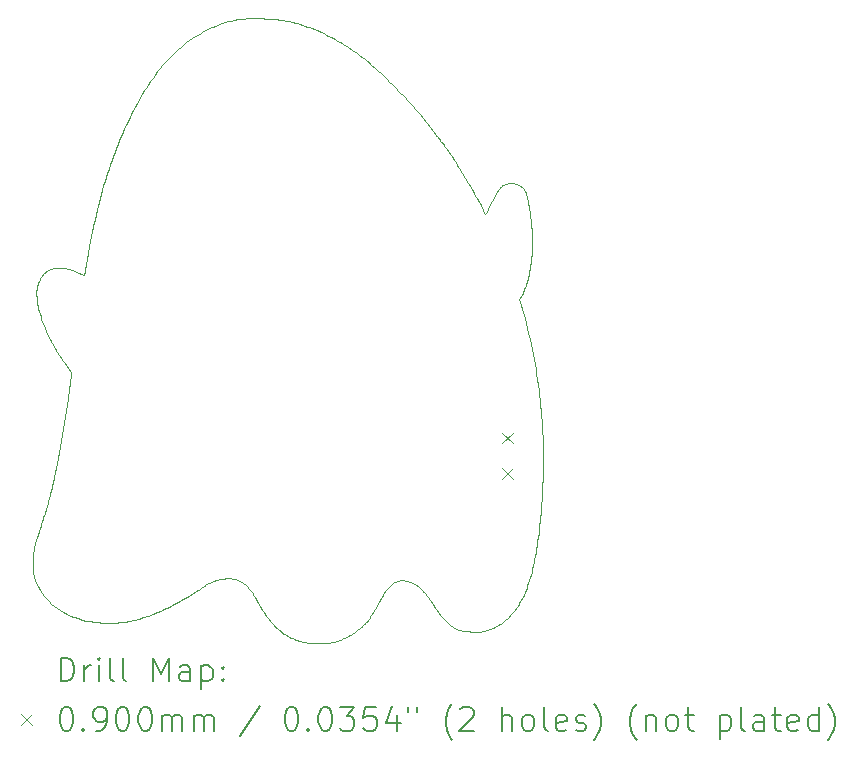
<source format=gbr>
%TF.GenerationSoftware,KiCad,Pcbnew,7.0.1-0*%
%TF.CreationDate,2023-08-21T12:14:34+02:00*%
%TF.ProjectId,ghost,67686f73-742e-46b6-9963-61645f706362,rev?*%
%TF.SameCoordinates,Original*%
%TF.FileFunction,Drillmap*%
%TF.FilePolarity,Positive*%
%FSLAX45Y45*%
G04 Gerber Fmt 4.5, Leading zero omitted, Abs format (unit mm)*
G04 Created by KiCad (PCBNEW 7.0.1-0) date 2023-08-21 12:14:34*
%MOMM*%
%LPD*%
G01*
G04 APERTURE LIST*
%ADD10C,0.056000*%
%ADD11C,0.200000*%
%ADD12C,0.090000*%
G04 APERTURE END LIST*
D10*
X16282778Y-7868018D02*
X16288619Y-7876016D01*
X16295448Y-7885236D01*
X16299179Y-7890232D01*
X16303090Y-7895448D01*
X16307160Y-7900855D01*
X16311368Y-7906425D01*
X16315690Y-7912129D01*
X16320105Y-7917939D01*
X16324591Y-7923826D01*
X16329126Y-7929762D01*
X16333688Y-7935718D01*
X16338255Y-7941665D01*
X16342804Y-7947576D01*
X16347315Y-7953421D01*
X16351764Y-7959172D01*
X16356129Y-7964801D01*
X16360390Y-7970280D01*
X16364523Y-7975578D01*
X16368507Y-7980669D01*
X16372320Y-7985524D01*
X16375939Y-7990114D01*
X16382509Y-7998384D01*
X16388041Y-8005253D01*
X16392360Y-8010492D01*
X16396175Y-8014796D01*
X13236088Y-10060739D02*
X13249709Y-9947075D01*
X15195119Y-12230053D02*
X15180399Y-12225891D01*
X15165991Y-12221394D01*
X15151881Y-12216550D01*
X15138056Y-12211347D01*
X15124502Y-12205770D01*
X15111207Y-12199809D01*
X15098156Y-12193450D01*
X15085338Y-12186681D01*
X15072738Y-12179489D01*
X15060343Y-12171862D01*
X15048140Y-12163788D01*
X15036116Y-12155253D01*
X15024257Y-12146244D01*
X15012550Y-12136751D01*
X15000981Y-12126759D01*
X14989538Y-12116257D01*
X14978208Y-12105232D01*
X14966976Y-12093670D01*
X14955829Y-12081561D01*
X14944755Y-12068891D01*
X14933741Y-12055647D01*
X14922771Y-12041817D01*
X14911835Y-12027389D01*
X14900917Y-12012349D01*
X14890005Y-11996686D01*
X14879086Y-11980387D01*
X14868146Y-11963439D01*
X14857172Y-11945830D01*
X14846151Y-11927547D01*
X14835069Y-11908577D01*
X14823914Y-11888908D01*
X14812671Y-11868528D01*
X13152622Y-9070243D02*
X13158448Y-9070260D01*
X13164065Y-9070312D01*
X13174719Y-9070535D01*
X13184678Y-9070931D01*
X13194034Y-9071521D01*
X13202880Y-9072325D01*
X13211308Y-9073363D01*
X13219412Y-9074657D01*
X13227283Y-9076226D01*
X13235015Y-9078090D01*
X13242700Y-9080271D01*
X13250432Y-9082789D01*
X13258302Y-9085663D01*
X13266403Y-9088915D01*
X13274829Y-9092564D01*
X13283671Y-9096632D01*
X13293024Y-9101139D01*
X13293024Y-9101139D02*
X13299447Y-9104266D01*
X13305718Y-9107267D01*
X13311802Y-9110127D01*
X13317665Y-9112833D01*
X13323275Y-9115370D01*
X13328598Y-9117725D01*
X13335969Y-9120886D01*
X13342504Y-9123558D01*
X13348090Y-9125696D01*
X13353865Y-9127633D01*
X13358615Y-9128202D01*
X13475127Y-8545226D02*
X13483710Y-8510184D01*
X13492726Y-8475007D01*
X13502164Y-8439726D01*
X13512010Y-8404374D01*
X13522250Y-8368982D01*
X13532871Y-8333584D01*
X13543860Y-8298211D01*
X13555203Y-8262896D01*
X13566888Y-8227672D01*
X13578900Y-8192570D01*
X13591226Y-8157624D01*
X13603854Y-8122864D01*
X13616769Y-8088325D01*
X13629959Y-8054037D01*
X13643410Y-8020034D01*
X13657108Y-7986348D01*
X13671041Y-7953011D01*
X13685195Y-7920055D01*
X13699557Y-7887513D01*
X13714113Y-7855417D01*
X13728851Y-7823800D01*
X13743756Y-7792694D01*
X13758815Y-7762130D01*
X13774015Y-7732143D01*
X13789343Y-7702763D01*
X13804786Y-7674023D01*
X13820329Y-7645956D01*
X13835961Y-7618594D01*
X13851666Y-7591969D01*
X13867433Y-7566114D01*
X13883247Y-7541061D01*
X13899096Y-7516842D01*
X13111628Y-10807895D02*
X13115438Y-10790086D01*
X13119358Y-10771289D01*
X13123378Y-10751565D01*
X13127487Y-10730980D01*
X13131675Y-10709594D01*
X13135932Y-10687472D01*
X13140246Y-10664678D01*
X13144607Y-10641273D01*
X13149005Y-10617321D01*
X13153429Y-10592885D01*
X13157868Y-10568029D01*
X13162313Y-10542816D01*
X13166753Y-10517308D01*
X13171176Y-10491570D01*
X13175573Y-10465663D01*
X13179933Y-10439651D01*
X13184246Y-10413598D01*
X13188501Y-10387566D01*
X13192687Y-10361619D01*
X13196794Y-10335820D01*
X13200812Y-10310231D01*
X13204729Y-10284917D01*
X13208536Y-10259940D01*
X13212222Y-10235363D01*
X13215777Y-10211249D01*
X13219189Y-10187663D01*
X13222448Y-10164666D01*
X13225544Y-10142322D01*
X13228467Y-10120694D01*
X13231205Y-10099845D01*
X13233749Y-10079839D01*
X13236088Y-10060739D01*
X14812671Y-11868528D02*
X14805880Y-11856319D01*
X14799063Y-11844600D01*
X14792215Y-11833368D01*
X14785326Y-11822617D01*
X14778390Y-11812343D01*
X14771400Y-11802542D01*
X14764348Y-11793207D01*
X14757226Y-11784336D01*
X14750029Y-11775922D01*
X14742748Y-11767962D01*
X14735376Y-11760451D01*
X14727906Y-11753384D01*
X14720330Y-11746756D01*
X14712642Y-11740563D01*
X14704833Y-11734800D01*
X14696897Y-11729462D01*
X14688826Y-11724545D01*
X14680614Y-11720044D01*
X14672252Y-11715955D01*
X14663733Y-11712272D01*
X14655050Y-11708991D01*
X14646196Y-11706107D01*
X14637164Y-11703616D01*
X14627945Y-11701513D01*
X14618534Y-11699793D01*
X14608922Y-11698452D01*
X14599102Y-11697485D01*
X14589068Y-11696887D01*
X14578811Y-11696653D01*
X14568324Y-11696779D01*
X14557600Y-11697261D01*
X14546633Y-11698093D01*
X16775182Y-8579873D02*
X16778968Y-8570759D01*
X16782877Y-8561634D01*
X16786898Y-8552516D01*
X16791020Y-8543422D01*
X16795235Y-8534367D01*
X16799532Y-8525369D01*
X16803899Y-8516445D01*
X16808328Y-8507611D01*
X16812808Y-8498883D01*
X16817329Y-8490279D01*
X16821879Y-8481815D01*
X16826450Y-8473508D01*
X16831031Y-8465374D01*
X16835612Y-8457431D01*
X16840182Y-8449695D01*
X16844731Y-8442183D01*
X16849249Y-8434911D01*
X16853725Y-8427896D01*
X16858151Y-8421155D01*
X16862514Y-8414705D01*
X16866805Y-8408562D01*
X16871014Y-8402742D01*
X16875131Y-8397264D01*
X16879144Y-8392142D01*
X16883045Y-8387395D01*
X16886822Y-8383039D01*
X16893966Y-8375565D01*
X16900494Y-8369854D01*
X16906324Y-8366041D01*
X16396175Y-8014796D02*
X16404675Y-8024526D01*
X16410335Y-8031896D01*
X16416856Y-8040811D01*
X16424183Y-8051177D01*
X16432258Y-8062901D01*
X16441023Y-8075888D01*
X16450420Y-8090044D01*
X16460392Y-8105276D01*
X16470881Y-8121490D01*
X16481830Y-8138592D01*
X16493182Y-8156487D01*
X16504878Y-8175083D01*
X16516862Y-8194285D01*
X16529075Y-8214000D01*
X16541460Y-8234133D01*
X16553959Y-8254590D01*
X16566516Y-8275279D01*
X16579072Y-8296104D01*
X16591570Y-8316972D01*
X16603952Y-8337789D01*
X16616161Y-8358462D01*
X16628139Y-8378896D01*
X16639828Y-8398997D01*
X16651172Y-8418672D01*
X16662112Y-8437827D01*
X16672592Y-8456367D01*
X16682552Y-8474200D01*
X16691937Y-8491231D01*
X16700688Y-8507366D01*
X16708748Y-8522511D01*
X16716059Y-8536573D01*
X17150429Y-8778695D02*
X17151313Y-8796487D01*
X17151939Y-8814360D01*
X17152310Y-8832294D01*
X17152430Y-8850270D01*
X17152302Y-8868271D01*
X17151928Y-8886276D01*
X17151312Y-8904269D01*
X17150457Y-8922229D01*
X17149366Y-8940138D01*
X17148041Y-8957978D01*
X17146487Y-8975729D01*
X17144705Y-8993374D01*
X17142699Y-9010892D01*
X17140473Y-9028267D01*
X17138029Y-9045478D01*
X17135369Y-9062507D01*
X17132499Y-9079335D01*
X17129419Y-9095945D01*
X17126134Y-9112316D01*
X17122646Y-9128430D01*
X17118959Y-9144269D01*
X17115075Y-9159814D01*
X17110998Y-9175046D01*
X17106731Y-9189946D01*
X17102276Y-9204496D01*
X17097637Y-9218677D01*
X17092817Y-9232470D01*
X17087819Y-9245857D01*
X17082645Y-9258818D01*
X17077300Y-9271336D01*
X17071786Y-9283391D01*
X17066106Y-9294965D01*
X17093429Y-8420262D02*
X17097575Y-8430451D01*
X17099684Y-8436563D01*
X17101810Y-8443317D01*
X17103950Y-8450684D01*
X17106099Y-8458636D01*
X17108252Y-8467145D01*
X17110405Y-8476183D01*
X17112553Y-8485722D01*
X17114693Y-8495733D01*
X17116818Y-8506189D01*
X17118926Y-8517061D01*
X17121012Y-8528322D01*
X17123070Y-8539943D01*
X17125097Y-8551896D01*
X17127089Y-8564153D01*
X17129040Y-8576686D01*
X17130946Y-8589467D01*
X17132803Y-8602468D01*
X17134606Y-8615660D01*
X17136351Y-8629017D01*
X17138033Y-8642508D01*
X17139649Y-8656107D01*
X17141192Y-8669785D01*
X17142660Y-8683515D01*
X17144047Y-8697268D01*
X17145349Y-8711015D01*
X17146562Y-8724730D01*
X17147681Y-8738383D01*
X17148701Y-8751947D01*
X17149619Y-8765394D01*
X17150429Y-8778695D01*
X14546633Y-11698093D02*
X14540607Y-11698693D01*
X14534573Y-11699399D01*
X14528535Y-11700209D01*
X14522501Y-11701121D01*
X14516476Y-11702133D01*
X14510465Y-11703243D01*
X14504476Y-11704448D01*
X14498515Y-11705745D01*
X14492587Y-11707134D01*
X14486699Y-11708611D01*
X14480856Y-11710175D01*
X14475065Y-11711823D01*
X14469332Y-11713552D01*
X14463663Y-11715362D01*
X14458065Y-11717249D01*
X14452542Y-11719211D01*
X14447102Y-11721246D01*
X14441751Y-11723352D01*
X14436493Y-11725526D01*
X14431337Y-11727767D01*
X14421351Y-11732439D01*
X14411840Y-11737349D01*
X14402854Y-11742481D01*
X14394442Y-11747815D01*
X14386653Y-11753335D01*
X14379534Y-11759022D01*
X13033546Y-9103864D02*
X13040349Y-9098443D01*
X13046641Y-9093632D01*
X13052552Y-9089396D01*
X13058208Y-9085699D01*
X13063736Y-9082504D01*
X13069265Y-9079776D01*
X13074922Y-9077479D01*
X13080834Y-9075576D01*
X13087129Y-9074032D01*
X13093935Y-9072811D01*
X13101378Y-9071876D01*
X13109586Y-9071192D01*
X13118687Y-9070723D01*
X13128809Y-9070432D01*
X13140078Y-9070284D01*
X13146183Y-9070252D01*
X13152622Y-9070243D01*
X16311051Y-11913549D02*
X16303672Y-11902592D01*
X16296481Y-11892069D01*
X16289469Y-11881969D01*
X16282623Y-11872281D01*
X16275933Y-11862995D01*
X16269387Y-11854099D01*
X16262974Y-11845584D01*
X16256683Y-11837437D01*
X16250502Y-11829650D01*
X16244420Y-11822210D01*
X16238427Y-11815108D01*
X16232510Y-11808332D01*
X16226659Y-11801872D01*
X16220862Y-11795717D01*
X16215108Y-11789856D01*
X16209386Y-11784279D01*
X16203684Y-11778975D01*
X16197992Y-11773933D01*
X16192297Y-11769142D01*
X16186589Y-11764592D01*
X16180857Y-11760272D01*
X16175089Y-11756171D01*
X16169274Y-11752279D01*
X16163400Y-11748585D01*
X16157457Y-11745078D01*
X16151433Y-11741747D01*
X16145317Y-11738582D01*
X16139098Y-11735572D01*
X16132764Y-11732706D01*
X16126305Y-11729974D01*
X16119708Y-11727365D01*
X16112963Y-11724867D01*
X16906324Y-8366041D02*
X16912738Y-8362935D01*
X16919267Y-8360181D01*
X16925896Y-8357778D01*
X16932609Y-8355718D01*
X16939391Y-8354000D01*
X16946227Y-8352617D01*
X16953102Y-8351566D01*
X16960001Y-8350842D01*
X16966909Y-8350441D01*
X16973810Y-8350359D01*
X16980690Y-8350590D01*
X16987533Y-8351132D01*
X16994325Y-8351979D01*
X17001050Y-8353127D01*
X17007692Y-8354571D01*
X17014238Y-8356308D01*
X17020671Y-8358332D01*
X17026977Y-8360640D01*
X17033141Y-8363227D01*
X17039147Y-8366089D01*
X17044981Y-8369221D01*
X17050626Y-8372619D01*
X17056069Y-8376278D01*
X17061294Y-8380195D01*
X17066285Y-8384365D01*
X17071029Y-8388783D01*
X17075509Y-8393445D01*
X17079710Y-8398346D01*
X17083618Y-8403483D01*
X17087217Y-8408851D01*
X17090493Y-8414445D01*
X17093429Y-8420262D01*
X13385826Y-8972817D02*
X13388118Y-8958700D01*
X13390317Y-8945226D01*
X13392437Y-8932334D01*
X13394490Y-8919966D01*
X13396489Y-8908061D01*
X13398445Y-8896562D01*
X13400372Y-8885408D01*
X13402282Y-8874540D01*
X13404186Y-8863899D01*
X13406098Y-8853425D01*
X13408030Y-8843060D01*
X13409993Y-8832743D01*
X13412002Y-8822415D01*
X13414068Y-8812017D01*
X13416203Y-8801490D01*
X13418419Y-8790774D01*
X13420730Y-8779810D01*
X13423148Y-8768539D01*
X13425684Y-8756901D01*
X13428352Y-8744836D01*
X13431164Y-8732287D01*
X13434132Y-8719192D01*
X13437268Y-8705494D01*
X13440586Y-8691131D01*
X13444097Y-8676046D01*
X13447813Y-8660179D01*
X13451748Y-8643470D01*
X13455913Y-8625861D01*
X13460321Y-8607291D01*
X13464985Y-8587701D01*
X13469916Y-8567033D01*
X13475127Y-8545226D01*
X16112963Y-11724867D02*
X16103462Y-11721675D01*
X16094138Y-11718978D01*
X16084982Y-11716780D01*
X16075986Y-11715087D01*
X16067141Y-11713905D01*
X16058439Y-11713240D01*
X16049872Y-11713098D01*
X16041431Y-11713483D01*
X16033108Y-11714401D01*
X16024893Y-11715858D01*
X16016780Y-11717860D01*
X16008758Y-11720412D01*
X16000821Y-11723519D01*
X15992958Y-11727188D01*
X15985163Y-11731424D01*
X15977425Y-11736233D01*
X15969738Y-11741619D01*
X15962092Y-11747589D01*
X15954479Y-11754149D01*
X15946891Y-11761303D01*
X15939318Y-11769058D01*
X15931754Y-11777419D01*
X15924188Y-11786391D01*
X15916613Y-11795981D01*
X15909020Y-11806193D01*
X15901402Y-11817034D01*
X15893748Y-11828510D01*
X15886051Y-11840624D01*
X15878302Y-11853384D01*
X15870494Y-11866795D01*
X15862617Y-11880862D01*
X15854663Y-11895591D01*
X12977774Y-11294799D02*
X12984683Y-11273412D01*
X12991258Y-11252998D01*
X12997516Y-11233498D01*
X13003472Y-11214855D01*
X13009141Y-11197011D01*
X13014540Y-11179910D01*
X13019684Y-11163494D01*
X13024589Y-11147706D01*
X13029272Y-11132487D01*
X13033746Y-11117782D01*
X13038029Y-11103532D01*
X13042136Y-11089680D01*
X13046083Y-11076168D01*
X13049886Y-11062940D01*
X13053560Y-11049938D01*
X13057121Y-11037105D01*
X13060585Y-11024383D01*
X13063968Y-11011715D01*
X13067285Y-10999043D01*
X13070553Y-10986311D01*
X13073787Y-10973460D01*
X13077003Y-10960434D01*
X13080216Y-10947175D01*
X13083442Y-10933626D01*
X13086698Y-10919728D01*
X13089999Y-10905426D01*
X13093360Y-10890662D01*
X13096798Y-10875377D01*
X13100327Y-10859516D01*
X13103965Y-10843020D01*
X13107727Y-10825832D01*
X13111628Y-10807895D01*
X13073248Y-9676448D02*
X13060244Y-9649907D01*
X13047998Y-9623915D01*
X13036510Y-9598473D01*
X13025781Y-9573582D01*
X13015811Y-9549243D01*
X13006599Y-9525457D01*
X12998146Y-9502223D01*
X12990451Y-9479545D01*
X12983515Y-9457421D01*
X12977338Y-9435854D01*
X12971920Y-9414843D01*
X12967261Y-9394391D01*
X12963361Y-9374497D01*
X12960220Y-9355163D01*
X12957838Y-9336390D01*
X12956215Y-9318178D01*
X12955351Y-9300528D01*
X12955247Y-9283442D01*
X12955902Y-9266919D01*
X12957316Y-9250962D01*
X12959490Y-9235570D01*
X12962423Y-9220746D01*
X12966116Y-9206489D01*
X12970569Y-9192800D01*
X12975782Y-9179681D01*
X12981754Y-9167132D01*
X12988486Y-9155154D01*
X12995978Y-9143749D01*
X13004230Y-9132916D01*
X13013242Y-9122657D01*
X13023014Y-9112973D01*
X13033546Y-9103864D01*
X12927000Y-11566000D02*
X12927011Y-11556263D01*
X12927050Y-11547003D01*
X12927123Y-11538182D01*
X12927239Y-11529759D01*
X12927405Y-11521695D01*
X12927627Y-11513951D01*
X12927914Y-11506486D01*
X12928274Y-11499261D01*
X12928712Y-11492236D01*
X12929237Y-11485372D01*
X12929857Y-11478629D01*
X12930578Y-11471968D01*
X12931408Y-11465348D01*
X12932355Y-11458731D01*
X12933426Y-11452076D01*
X12934627Y-11445344D01*
X12935968Y-11438495D01*
X12937455Y-11431489D01*
X12939095Y-11424288D01*
X12940897Y-11416851D01*
X12942867Y-11409139D01*
X12945012Y-11401112D01*
X12947341Y-11392730D01*
X12949861Y-11383954D01*
X12952579Y-11374744D01*
X12955502Y-11365061D01*
X12958638Y-11354865D01*
X12961995Y-11344116D01*
X12965579Y-11332774D01*
X12969399Y-11320800D01*
X12973461Y-11308155D01*
X12977774Y-11294799D01*
X13188492Y-9865887D02*
X13181976Y-9857055D01*
X13178576Y-9852312D01*
X13175092Y-9847368D01*
X13171531Y-9842235D01*
X13167900Y-9836925D01*
X13164207Y-9831449D01*
X13160460Y-9825821D01*
X13156664Y-9820052D01*
X13152829Y-9814155D01*
X13148961Y-9808141D01*
X13145067Y-9802022D01*
X13141155Y-9795812D01*
X13137233Y-9789521D01*
X13133308Y-9783163D01*
X13129387Y-9776749D01*
X13125478Y-9770291D01*
X13121587Y-9763802D01*
X13117723Y-9757293D01*
X13113892Y-9750778D01*
X13110103Y-9744267D01*
X13106362Y-9737773D01*
X13102677Y-9731309D01*
X13099056Y-9724886D01*
X13095505Y-9718516D01*
X13092032Y-9712212D01*
X13088645Y-9705986D01*
X13085350Y-9699850D01*
X13082156Y-9693816D01*
X13079069Y-9687896D01*
X13076097Y-9682103D01*
X13073248Y-9676448D01*
X17239729Y-10905095D02*
X17237842Y-10945800D01*
X17235729Y-10985850D01*
X17233392Y-11025239D01*
X17230832Y-11063961D01*
X17228049Y-11102009D01*
X17225045Y-11139378D01*
X17221821Y-11176061D01*
X17218378Y-11212053D01*
X17214716Y-11247346D01*
X17210838Y-11281935D01*
X17206745Y-11315814D01*
X17202436Y-11348977D01*
X17197914Y-11381417D01*
X17193179Y-11413128D01*
X17188233Y-11444104D01*
X17183076Y-11474340D01*
X17177710Y-11503827D01*
X17172136Y-11532562D01*
X17166355Y-11560537D01*
X17160368Y-11587746D01*
X17154176Y-11614184D01*
X17147780Y-11639843D01*
X17141181Y-11664718D01*
X17134380Y-11688803D01*
X17127379Y-11712091D01*
X17120179Y-11734577D01*
X17112780Y-11756254D01*
X17105183Y-11777116D01*
X17097390Y-11797157D01*
X17089403Y-11816370D01*
X17081221Y-11834750D01*
X17072846Y-11852291D01*
X12968082Y-11763349D02*
X12964470Y-11756028D01*
X12961076Y-11749106D01*
X12957893Y-11742551D01*
X12954915Y-11736331D01*
X12952134Y-11730414D01*
X12949544Y-11724765D01*
X12947138Y-11719354D01*
X12944909Y-11714148D01*
X12940956Y-11704219D01*
X12937631Y-11694717D01*
X12934880Y-11685384D01*
X12932648Y-11675958D01*
X12930882Y-11666179D01*
X12929527Y-11655788D01*
X12928529Y-11644524D01*
X12928147Y-11638483D01*
X12927834Y-11632126D01*
X12927583Y-11625421D01*
X12927388Y-11618335D01*
X12927241Y-11610836D01*
X12927136Y-11602891D01*
X12927066Y-11594467D01*
X12927025Y-11585532D01*
X12927005Y-11576054D01*
X12927000Y-11566000D01*
X14379534Y-11759022D02*
X14374447Y-11763144D01*
X14368219Y-11767826D01*
X14360917Y-11773031D01*
X14352607Y-11778721D01*
X14343355Y-11784860D01*
X14333227Y-11791410D01*
X14322289Y-11798334D01*
X14310608Y-11805595D01*
X14298249Y-11813156D01*
X14285279Y-11820979D01*
X14271763Y-11829027D01*
X14257767Y-11837264D01*
X14243359Y-11845652D01*
X14228603Y-11854154D01*
X14213566Y-11862732D01*
X14198314Y-11871350D01*
X14182913Y-11879971D01*
X14167429Y-11888556D01*
X14151928Y-11897070D01*
X14136477Y-11905475D01*
X14121141Y-11913734D01*
X14105986Y-11921809D01*
X14091078Y-11929663D01*
X14076485Y-11937260D01*
X14062271Y-11944562D01*
X14048502Y-11951532D01*
X14035246Y-11958133D01*
X14022567Y-11964328D01*
X14010532Y-11970079D01*
X13999208Y-11975349D01*
X13988659Y-11980101D01*
X13978953Y-11984299D01*
X15854663Y-11895591D02*
X15849904Y-11904501D01*
X15845129Y-11913336D01*
X15840370Y-11922042D01*
X15835658Y-11930565D01*
X15831023Y-11938853D01*
X15826497Y-11946852D01*
X15822111Y-11954510D01*
X15817895Y-11961773D01*
X15813882Y-11968588D01*
X15810101Y-11974901D01*
X15806585Y-11980661D01*
X15803363Y-11985813D01*
X15799153Y-11992285D01*
X15795781Y-11997091D01*
X15794051Y-11999282D01*
X16716059Y-8536573D02*
X16721550Y-8544973D01*
X16726364Y-8553801D01*
X16730594Y-8562803D01*
X16734334Y-8571724D01*
X16737678Y-8580309D01*
X16740720Y-8588305D01*
X16743554Y-8595456D01*
X16746274Y-8601509D01*
X16750344Y-8607973D01*
X16756247Y-8610374D01*
X16761443Y-8606398D01*
X16765448Y-8600520D01*
X16769997Y-8591763D01*
X16772504Y-8586225D01*
X16775182Y-8579873D01*
X17088291Y-9495229D02*
X17099534Y-9537883D01*
X17110355Y-9580621D01*
X17120757Y-9623441D01*
X17130737Y-9666345D01*
X17140297Y-9709334D01*
X17149436Y-9752409D01*
X17158155Y-9795570D01*
X17166453Y-9838819D01*
X17174331Y-9882155D01*
X17181789Y-9925580D01*
X17188826Y-9969096D01*
X17195444Y-10012701D01*
X17201642Y-10056398D01*
X17207420Y-10100187D01*
X17212778Y-10144070D01*
X17217716Y-10188046D01*
X17222235Y-10232117D01*
X17226335Y-10276283D01*
X17230015Y-10320545D01*
X17233275Y-10364905D01*
X17236117Y-10409363D01*
X17238539Y-10453919D01*
X17240542Y-10498575D01*
X17242127Y-10543331D01*
X17243292Y-10588189D01*
X17244039Y-10633148D01*
X17244367Y-10678211D01*
X17244276Y-10723377D01*
X17243767Y-10768648D01*
X17242839Y-10814024D01*
X17241493Y-10859506D01*
X17239729Y-10905095D01*
X13358615Y-9128202D02*
X13360056Y-9122454D01*
X13361588Y-9114755D01*
X13362858Y-9108017D01*
X13364311Y-9100088D01*
X13365933Y-9091048D01*
X13367710Y-9080976D01*
X13369627Y-9069952D01*
X13370635Y-9064108D01*
X13371672Y-9058055D01*
X13372738Y-9051805D01*
X13373830Y-9045366D01*
X13374947Y-9038749D01*
X13376087Y-9031964D01*
X13377248Y-9025020D01*
X13378429Y-9017928D01*
X13379627Y-9010698D01*
X13380842Y-9003339D01*
X13382071Y-8995861D01*
X13383313Y-8988275D01*
X13384565Y-8980590D01*
X13385826Y-8972817D01*
X15606210Y-12180457D02*
X15599840Y-12183875D01*
X15593050Y-12187372D01*
X15585901Y-12190923D01*
X15578453Y-12194500D01*
X15570767Y-12198080D01*
X15562904Y-12201636D01*
X15554925Y-12205143D01*
X15546889Y-12208575D01*
X15538859Y-12211906D01*
X15530894Y-12215112D01*
X15523055Y-12218167D01*
X15515403Y-12221044D01*
X15507998Y-12223720D01*
X15500901Y-12226167D01*
X15494174Y-12228361D01*
X15487875Y-12230275D01*
X14659091Y-6963955D02*
X14669642Y-6962276D01*
X14680960Y-6960775D01*
X14692993Y-6959447D01*
X14705692Y-6958292D01*
X14719005Y-6957306D01*
X14732881Y-6956487D01*
X14747269Y-6955833D01*
X14762118Y-6955341D01*
X14777378Y-6955009D01*
X14792997Y-6954834D01*
X14808925Y-6954815D01*
X14825110Y-6954948D01*
X14841502Y-6955231D01*
X14858050Y-6955663D01*
X14874702Y-6956240D01*
X14891409Y-6956959D01*
X14908118Y-6957820D01*
X14924780Y-6958818D01*
X14941342Y-6959953D01*
X14957755Y-6961221D01*
X14973968Y-6962619D01*
X14989928Y-6964147D01*
X15005586Y-6965800D01*
X15020891Y-6967578D01*
X15035791Y-6969476D01*
X15050236Y-6971494D01*
X15064175Y-6973628D01*
X15077556Y-6975876D01*
X15090330Y-6978236D01*
X15102445Y-6980706D01*
X15113849Y-6983282D01*
X15124493Y-6985963D01*
X13249709Y-9947075D02*
X13188492Y-9865887D01*
X15487875Y-12230275D02*
X15480844Y-12232205D01*
X15473442Y-12234009D01*
X15465692Y-12235688D01*
X15457618Y-12237243D01*
X15449242Y-12238672D01*
X15440589Y-12239976D01*
X15431682Y-12241155D01*
X15422545Y-12242209D01*
X15413200Y-12243138D01*
X15403672Y-12243943D01*
X15393984Y-12244622D01*
X15384159Y-12245176D01*
X15374221Y-12245605D01*
X15364193Y-12245910D01*
X15354099Y-12246089D01*
X15343962Y-12246144D01*
X15333806Y-12246074D01*
X15323655Y-12245879D01*
X15313531Y-12245559D01*
X15303458Y-12245114D01*
X15293459Y-12244545D01*
X15283559Y-12243851D01*
X15273781Y-12243032D01*
X15264147Y-12242088D01*
X15254682Y-12241020D01*
X15245409Y-12239827D01*
X15236352Y-12238509D01*
X15227533Y-12237067D01*
X15218977Y-12235500D01*
X15210707Y-12233808D01*
X15202746Y-12231992D01*
X15195119Y-12230051D01*
X16789074Y-12128154D02*
X16778814Y-12131815D01*
X16769168Y-12135079D01*
X16760018Y-12137961D01*
X16751245Y-12140476D01*
X16742729Y-12142637D01*
X16734353Y-12144460D01*
X16725997Y-12145958D01*
X16717543Y-12147147D01*
X16708871Y-12148040D01*
X16699863Y-12148652D01*
X16690401Y-12148997D01*
X16680365Y-12149090D01*
X16669636Y-12148946D01*
X16663976Y-12148789D01*
X16658097Y-12148579D01*
X16651986Y-12148316D01*
X16645628Y-12148002D01*
X16639007Y-12147640D01*
X16632110Y-12147232D01*
X13978953Y-11984299D02*
X13939484Y-12000127D01*
X13899950Y-12014363D01*
X13860410Y-12027019D01*
X13820920Y-12038109D01*
X13781537Y-12047645D01*
X13742320Y-12055639D01*
X13703324Y-12062104D01*
X13664608Y-12067052D01*
X13626228Y-12070497D01*
X13588242Y-12072449D01*
X13550707Y-12072922D01*
X13513681Y-12071929D01*
X13477220Y-12069482D01*
X13441382Y-12065593D01*
X13406224Y-12060275D01*
X13371803Y-12053540D01*
X13338178Y-12045402D01*
X13305404Y-12035872D01*
X13273539Y-12024962D01*
X13242640Y-12012687D01*
X13212766Y-11999057D01*
X13183972Y-11984086D01*
X13156316Y-11967786D01*
X13129856Y-11950170D01*
X13104649Y-11931250D01*
X13080751Y-11911038D01*
X13058221Y-11889547D01*
X13037115Y-11866790D01*
X13017491Y-11842780D01*
X12999406Y-11817527D01*
X12982918Y-11791046D01*
X12968082Y-11763349D01*
X15794051Y-11999282D02*
X15790404Y-12003867D01*
X15787088Y-12008664D01*
X15783712Y-12014390D01*
X15781185Y-12019724D01*
X15779487Y-12025572D01*
X15779411Y-12026714D01*
X15779411Y-12026714D02*
X15776538Y-12034351D01*
X15771689Y-12041462D01*
X15764783Y-12049930D01*
X15760636Y-12054605D01*
X15756068Y-12059537D01*
X15751110Y-12064698D01*
X15745793Y-12070061D01*
X15740148Y-12075598D01*
X15734206Y-12081281D01*
X15727998Y-12087084D01*
X15721556Y-12092978D01*
X15714910Y-12098935D01*
X15708091Y-12104930D01*
X15701131Y-12110933D01*
X15694060Y-12116917D01*
X15686910Y-12122855D01*
X15679711Y-12128718D01*
X15672495Y-12134481D01*
X15665292Y-12140114D01*
X15658134Y-12145591D01*
X15651052Y-12150883D01*
X15644077Y-12155964D01*
X15637240Y-12160805D01*
X15630572Y-12165379D01*
X15624104Y-12169659D01*
X15617867Y-12173617D01*
X15611892Y-12177225D01*
X15606210Y-12180457D01*
X17045403Y-9335660D02*
X17088291Y-9495229D01*
X15124493Y-6985963D02*
X15145003Y-6991591D01*
X15165459Y-6997524D01*
X15185859Y-7003762D01*
X15206204Y-7010303D01*
X15226493Y-7017148D01*
X15246726Y-7024297D01*
X15266904Y-7031750D01*
X15287024Y-7039507D01*
X15307088Y-7047566D01*
X15327095Y-7055930D01*
X15347045Y-7064596D01*
X15366938Y-7073565D01*
X15386773Y-7082838D01*
X15406550Y-7092413D01*
X15426269Y-7102291D01*
X15445929Y-7112471D01*
X15465531Y-7122954D01*
X15485074Y-7133739D01*
X15504557Y-7144826D01*
X15523982Y-7156215D01*
X15543346Y-7167906D01*
X15562651Y-7179899D01*
X15581895Y-7192194D01*
X15601080Y-7204790D01*
X15620203Y-7217687D01*
X15639266Y-7230885D01*
X15658267Y-7244385D01*
X15677207Y-7258185D01*
X15696086Y-7272287D01*
X15714902Y-7286689D01*
X15733656Y-7301391D01*
X15752348Y-7316394D01*
X17066106Y-9294965D02*
X17045403Y-9335660D01*
X13899096Y-7516842D02*
X13918925Y-7487680D01*
X13939026Y-7459272D01*
X13959396Y-7431618D01*
X13980034Y-7404720D01*
X14000939Y-7378579D01*
X14022107Y-7353197D01*
X14043537Y-7328574D01*
X14065228Y-7304714D01*
X14087177Y-7281615D01*
X14109383Y-7259281D01*
X14131844Y-7237712D01*
X14154557Y-7216910D01*
X14177522Y-7196876D01*
X14200736Y-7177611D01*
X14224197Y-7159117D01*
X14247904Y-7141396D01*
X14271855Y-7124447D01*
X14296047Y-7108274D01*
X14320479Y-7092876D01*
X14345150Y-7078256D01*
X14370056Y-7064415D01*
X14395197Y-7051355D01*
X14420571Y-7039075D01*
X14446175Y-7027579D01*
X14472008Y-7016867D01*
X14498068Y-7006940D01*
X14524353Y-6997801D01*
X14550862Y-6989450D01*
X14577591Y-6981888D01*
X14604541Y-6975118D01*
X14631708Y-6969139D01*
X14659091Y-6963955D01*
X15752348Y-7316394D02*
X15767591Y-7328947D01*
X15783404Y-7342306D01*
X15799739Y-7356421D01*
X15816549Y-7371242D01*
X15833784Y-7386718D01*
X15851396Y-7402800D01*
X15869337Y-7419435D01*
X15887558Y-7436575D01*
X15906010Y-7454169D01*
X15924646Y-7472165D01*
X15943416Y-7490515D01*
X15962272Y-7509166D01*
X15981165Y-7528070D01*
X16000048Y-7547175D01*
X16018871Y-7566431D01*
X16037586Y-7585788D01*
X16056145Y-7605194D01*
X16074499Y-7624601D01*
X16092599Y-7643956D01*
X16110398Y-7663211D01*
X16127846Y-7682314D01*
X16144895Y-7701215D01*
X16161497Y-7719863D01*
X16177603Y-7738209D01*
X16193164Y-7756201D01*
X16208133Y-7773790D01*
X16222460Y-7790924D01*
X16236097Y-7807554D01*
X16248996Y-7823628D01*
X16261108Y-7839097D01*
X16272385Y-7853911D01*
X16282778Y-7868018D01*
X16632110Y-12147232D02*
X16618753Y-12146313D01*
X16605929Y-12145214D01*
X16593605Y-12143911D01*
X16581749Y-12142381D01*
X16570329Y-12140601D01*
X16559315Y-12138548D01*
X16548674Y-12136198D01*
X16538374Y-12133529D01*
X16528383Y-12130517D01*
X16518671Y-12127139D01*
X16509205Y-12123373D01*
X16499953Y-12119195D01*
X16490884Y-12114582D01*
X16481966Y-12109510D01*
X16473166Y-12103958D01*
X16464455Y-12097901D01*
X16455799Y-12091317D01*
X16447167Y-12084182D01*
X16438527Y-12076474D01*
X16429847Y-12068168D01*
X16421097Y-12059243D01*
X16412243Y-12049675D01*
X16403254Y-12039441D01*
X16394099Y-12028518D01*
X16384745Y-12016882D01*
X16375162Y-12004511D01*
X16365316Y-11991382D01*
X16355178Y-11977471D01*
X16344713Y-11962755D01*
X16333892Y-11947212D01*
X16322682Y-11930817D01*
X16311051Y-11913549D01*
X17072846Y-11852291D02*
X17065960Y-11865944D01*
X17059001Y-11879219D01*
X17051964Y-11892122D01*
X17044843Y-11904658D01*
X17037632Y-11916831D01*
X17030326Y-11928648D01*
X17022919Y-11940114D01*
X17015406Y-11951234D01*
X17007782Y-11962013D01*
X17000041Y-11972457D01*
X16992178Y-11982571D01*
X16984186Y-11992360D01*
X16976062Y-12001830D01*
X16967798Y-12010986D01*
X16959390Y-12019833D01*
X16950832Y-12028377D01*
X16942120Y-12036622D01*
X16933246Y-12044575D01*
X16924206Y-12052241D01*
X16914994Y-12059624D01*
X16905606Y-12066730D01*
X16896034Y-12073565D01*
X16886275Y-12080134D01*
X16876322Y-12086442D01*
X16866170Y-12092495D01*
X16855814Y-12098297D01*
X16845247Y-12103854D01*
X16834465Y-12109172D01*
X16823462Y-12114256D01*
X16812233Y-12119110D01*
X16800772Y-12123741D01*
X16789074Y-12128154D01*
D11*
D12*
X16897000Y-10463000D02*
X16987000Y-10553000D01*
X16987000Y-10463000D02*
X16897000Y-10553000D01*
X16897000Y-10763000D02*
X16987000Y-10853000D01*
X16987000Y-10763000D02*
X16897000Y-10853000D01*
D11*
X13161967Y-12566848D02*
X13161967Y-12366848D01*
X13161967Y-12366848D02*
X13209586Y-12366848D01*
X13209586Y-12366848D02*
X13238157Y-12376372D01*
X13238157Y-12376372D02*
X13257205Y-12395419D01*
X13257205Y-12395419D02*
X13266729Y-12414467D01*
X13266729Y-12414467D02*
X13276253Y-12452562D01*
X13276253Y-12452562D02*
X13276253Y-12481134D01*
X13276253Y-12481134D02*
X13266729Y-12519229D01*
X13266729Y-12519229D02*
X13257205Y-12538277D01*
X13257205Y-12538277D02*
X13238157Y-12557324D01*
X13238157Y-12557324D02*
X13209586Y-12566848D01*
X13209586Y-12566848D02*
X13161967Y-12566848D01*
X13361967Y-12566848D02*
X13361967Y-12433515D01*
X13361967Y-12471610D02*
X13371491Y-12452562D01*
X13371491Y-12452562D02*
X13381015Y-12443038D01*
X13381015Y-12443038D02*
X13400062Y-12433515D01*
X13400062Y-12433515D02*
X13419110Y-12433515D01*
X13485776Y-12566848D02*
X13485776Y-12433515D01*
X13485776Y-12366848D02*
X13476253Y-12376372D01*
X13476253Y-12376372D02*
X13485776Y-12385896D01*
X13485776Y-12385896D02*
X13495300Y-12376372D01*
X13495300Y-12376372D02*
X13485776Y-12366848D01*
X13485776Y-12366848D02*
X13485776Y-12385896D01*
X13609586Y-12566848D02*
X13590538Y-12557324D01*
X13590538Y-12557324D02*
X13581015Y-12538277D01*
X13581015Y-12538277D02*
X13581015Y-12366848D01*
X13714348Y-12566848D02*
X13695300Y-12557324D01*
X13695300Y-12557324D02*
X13685776Y-12538277D01*
X13685776Y-12538277D02*
X13685776Y-12366848D01*
X13942919Y-12566848D02*
X13942919Y-12366848D01*
X13942919Y-12366848D02*
X14009586Y-12509705D01*
X14009586Y-12509705D02*
X14076253Y-12366848D01*
X14076253Y-12366848D02*
X14076253Y-12566848D01*
X14257205Y-12566848D02*
X14257205Y-12462086D01*
X14257205Y-12462086D02*
X14247681Y-12443038D01*
X14247681Y-12443038D02*
X14228634Y-12433515D01*
X14228634Y-12433515D02*
X14190538Y-12433515D01*
X14190538Y-12433515D02*
X14171491Y-12443038D01*
X14257205Y-12557324D02*
X14238157Y-12566848D01*
X14238157Y-12566848D02*
X14190538Y-12566848D01*
X14190538Y-12566848D02*
X14171491Y-12557324D01*
X14171491Y-12557324D02*
X14161967Y-12538277D01*
X14161967Y-12538277D02*
X14161967Y-12519229D01*
X14161967Y-12519229D02*
X14171491Y-12500181D01*
X14171491Y-12500181D02*
X14190538Y-12490658D01*
X14190538Y-12490658D02*
X14238157Y-12490658D01*
X14238157Y-12490658D02*
X14257205Y-12481134D01*
X14352443Y-12433515D02*
X14352443Y-12633515D01*
X14352443Y-12443038D02*
X14371491Y-12433515D01*
X14371491Y-12433515D02*
X14409586Y-12433515D01*
X14409586Y-12433515D02*
X14428634Y-12443038D01*
X14428634Y-12443038D02*
X14438157Y-12452562D01*
X14438157Y-12452562D02*
X14447681Y-12471610D01*
X14447681Y-12471610D02*
X14447681Y-12528753D01*
X14447681Y-12528753D02*
X14438157Y-12547800D01*
X14438157Y-12547800D02*
X14428634Y-12557324D01*
X14428634Y-12557324D02*
X14409586Y-12566848D01*
X14409586Y-12566848D02*
X14371491Y-12566848D01*
X14371491Y-12566848D02*
X14352443Y-12557324D01*
X14533396Y-12547800D02*
X14542919Y-12557324D01*
X14542919Y-12557324D02*
X14533396Y-12566848D01*
X14533396Y-12566848D02*
X14523872Y-12557324D01*
X14523872Y-12557324D02*
X14533396Y-12547800D01*
X14533396Y-12547800D02*
X14533396Y-12566848D01*
X14533396Y-12443038D02*
X14542919Y-12452562D01*
X14542919Y-12452562D02*
X14533396Y-12462086D01*
X14533396Y-12462086D02*
X14523872Y-12452562D01*
X14523872Y-12452562D02*
X14533396Y-12443038D01*
X14533396Y-12443038D02*
X14533396Y-12462086D01*
D12*
X12824348Y-12849324D02*
X12914348Y-12939324D01*
X12914348Y-12849324D02*
X12824348Y-12939324D01*
D11*
X13200062Y-12786848D02*
X13219110Y-12786848D01*
X13219110Y-12786848D02*
X13238157Y-12796372D01*
X13238157Y-12796372D02*
X13247681Y-12805896D01*
X13247681Y-12805896D02*
X13257205Y-12824943D01*
X13257205Y-12824943D02*
X13266729Y-12863038D01*
X13266729Y-12863038D02*
X13266729Y-12910658D01*
X13266729Y-12910658D02*
X13257205Y-12948753D01*
X13257205Y-12948753D02*
X13247681Y-12967800D01*
X13247681Y-12967800D02*
X13238157Y-12977324D01*
X13238157Y-12977324D02*
X13219110Y-12986848D01*
X13219110Y-12986848D02*
X13200062Y-12986848D01*
X13200062Y-12986848D02*
X13181015Y-12977324D01*
X13181015Y-12977324D02*
X13171491Y-12967800D01*
X13171491Y-12967800D02*
X13161967Y-12948753D01*
X13161967Y-12948753D02*
X13152443Y-12910658D01*
X13152443Y-12910658D02*
X13152443Y-12863038D01*
X13152443Y-12863038D02*
X13161967Y-12824943D01*
X13161967Y-12824943D02*
X13171491Y-12805896D01*
X13171491Y-12805896D02*
X13181015Y-12796372D01*
X13181015Y-12796372D02*
X13200062Y-12786848D01*
X13352443Y-12967800D02*
X13361967Y-12977324D01*
X13361967Y-12977324D02*
X13352443Y-12986848D01*
X13352443Y-12986848D02*
X13342919Y-12977324D01*
X13342919Y-12977324D02*
X13352443Y-12967800D01*
X13352443Y-12967800D02*
X13352443Y-12986848D01*
X13457205Y-12986848D02*
X13495300Y-12986848D01*
X13495300Y-12986848D02*
X13514348Y-12977324D01*
X13514348Y-12977324D02*
X13523872Y-12967800D01*
X13523872Y-12967800D02*
X13542919Y-12939229D01*
X13542919Y-12939229D02*
X13552443Y-12901134D01*
X13552443Y-12901134D02*
X13552443Y-12824943D01*
X13552443Y-12824943D02*
X13542919Y-12805896D01*
X13542919Y-12805896D02*
X13533396Y-12796372D01*
X13533396Y-12796372D02*
X13514348Y-12786848D01*
X13514348Y-12786848D02*
X13476253Y-12786848D01*
X13476253Y-12786848D02*
X13457205Y-12796372D01*
X13457205Y-12796372D02*
X13447681Y-12805896D01*
X13447681Y-12805896D02*
X13438157Y-12824943D01*
X13438157Y-12824943D02*
X13438157Y-12872562D01*
X13438157Y-12872562D02*
X13447681Y-12891610D01*
X13447681Y-12891610D02*
X13457205Y-12901134D01*
X13457205Y-12901134D02*
X13476253Y-12910658D01*
X13476253Y-12910658D02*
X13514348Y-12910658D01*
X13514348Y-12910658D02*
X13533396Y-12901134D01*
X13533396Y-12901134D02*
X13542919Y-12891610D01*
X13542919Y-12891610D02*
X13552443Y-12872562D01*
X13676253Y-12786848D02*
X13695300Y-12786848D01*
X13695300Y-12786848D02*
X13714348Y-12796372D01*
X13714348Y-12796372D02*
X13723872Y-12805896D01*
X13723872Y-12805896D02*
X13733396Y-12824943D01*
X13733396Y-12824943D02*
X13742919Y-12863038D01*
X13742919Y-12863038D02*
X13742919Y-12910658D01*
X13742919Y-12910658D02*
X13733396Y-12948753D01*
X13733396Y-12948753D02*
X13723872Y-12967800D01*
X13723872Y-12967800D02*
X13714348Y-12977324D01*
X13714348Y-12977324D02*
X13695300Y-12986848D01*
X13695300Y-12986848D02*
X13676253Y-12986848D01*
X13676253Y-12986848D02*
X13657205Y-12977324D01*
X13657205Y-12977324D02*
X13647681Y-12967800D01*
X13647681Y-12967800D02*
X13638157Y-12948753D01*
X13638157Y-12948753D02*
X13628634Y-12910658D01*
X13628634Y-12910658D02*
X13628634Y-12863038D01*
X13628634Y-12863038D02*
X13638157Y-12824943D01*
X13638157Y-12824943D02*
X13647681Y-12805896D01*
X13647681Y-12805896D02*
X13657205Y-12796372D01*
X13657205Y-12796372D02*
X13676253Y-12786848D01*
X13866729Y-12786848D02*
X13885777Y-12786848D01*
X13885777Y-12786848D02*
X13904824Y-12796372D01*
X13904824Y-12796372D02*
X13914348Y-12805896D01*
X13914348Y-12805896D02*
X13923872Y-12824943D01*
X13923872Y-12824943D02*
X13933396Y-12863038D01*
X13933396Y-12863038D02*
X13933396Y-12910658D01*
X13933396Y-12910658D02*
X13923872Y-12948753D01*
X13923872Y-12948753D02*
X13914348Y-12967800D01*
X13914348Y-12967800D02*
X13904824Y-12977324D01*
X13904824Y-12977324D02*
X13885777Y-12986848D01*
X13885777Y-12986848D02*
X13866729Y-12986848D01*
X13866729Y-12986848D02*
X13847681Y-12977324D01*
X13847681Y-12977324D02*
X13838157Y-12967800D01*
X13838157Y-12967800D02*
X13828634Y-12948753D01*
X13828634Y-12948753D02*
X13819110Y-12910658D01*
X13819110Y-12910658D02*
X13819110Y-12863038D01*
X13819110Y-12863038D02*
X13828634Y-12824943D01*
X13828634Y-12824943D02*
X13838157Y-12805896D01*
X13838157Y-12805896D02*
X13847681Y-12796372D01*
X13847681Y-12796372D02*
X13866729Y-12786848D01*
X14019110Y-12986848D02*
X14019110Y-12853515D01*
X14019110Y-12872562D02*
X14028634Y-12863038D01*
X14028634Y-12863038D02*
X14047681Y-12853515D01*
X14047681Y-12853515D02*
X14076253Y-12853515D01*
X14076253Y-12853515D02*
X14095300Y-12863038D01*
X14095300Y-12863038D02*
X14104824Y-12882086D01*
X14104824Y-12882086D02*
X14104824Y-12986848D01*
X14104824Y-12882086D02*
X14114348Y-12863038D01*
X14114348Y-12863038D02*
X14133396Y-12853515D01*
X14133396Y-12853515D02*
X14161967Y-12853515D01*
X14161967Y-12853515D02*
X14181015Y-12863038D01*
X14181015Y-12863038D02*
X14190538Y-12882086D01*
X14190538Y-12882086D02*
X14190538Y-12986848D01*
X14285777Y-12986848D02*
X14285777Y-12853515D01*
X14285777Y-12872562D02*
X14295300Y-12863038D01*
X14295300Y-12863038D02*
X14314348Y-12853515D01*
X14314348Y-12853515D02*
X14342919Y-12853515D01*
X14342919Y-12853515D02*
X14361967Y-12863038D01*
X14361967Y-12863038D02*
X14371491Y-12882086D01*
X14371491Y-12882086D02*
X14371491Y-12986848D01*
X14371491Y-12882086D02*
X14381015Y-12863038D01*
X14381015Y-12863038D02*
X14400062Y-12853515D01*
X14400062Y-12853515D02*
X14428634Y-12853515D01*
X14428634Y-12853515D02*
X14447681Y-12863038D01*
X14447681Y-12863038D02*
X14457205Y-12882086D01*
X14457205Y-12882086D02*
X14457205Y-12986848D01*
X14847681Y-12777324D02*
X14676253Y-13034467D01*
X15104824Y-12786848D02*
X15123872Y-12786848D01*
X15123872Y-12786848D02*
X15142920Y-12796372D01*
X15142920Y-12796372D02*
X15152443Y-12805896D01*
X15152443Y-12805896D02*
X15161967Y-12824943D01*
X15161967Y-12824943D02*
X15171491Y-12863038D01*
X15171491Y-12863038D02*
X15171491Y-12910658D01*
X15171491Y-12910658D02*
X15161967Y-12948753D01*
X15161967Y-12948753D02*
X15152443Y-12967800D01*
X15152443Y-12967800D02*
X15142920Y-12977324D01*
X15142920Y-12977324D02*
X15123872Y-12986848D01*
X15123872Y-12986848D02*
X15104824Y-12986848D01*
X15104824Y-12986848D02*
X15085777Y-12977324D01*
X15085777Y-12977324D02*
X15076253Y-12967800D01*
X15076253Y-12967800D02*
X15066729Y-12948753D01*
X15066729Y-12948753D02*
X15057205Y-12910658D01*
X15057205Y-12910658D02*
X15057205Y-12863038D01*
X15057205Y-12863038D02*
X15066729Y-12824943D01*
X15066729Y-12824943D02*
X15076253Y-12805896D01*
X15076253Y-12805896D02*
X15085777Y-12796372D01*
X15085777Y-12796372D02*
X15104824Y-12786848D01*
X15257205Y-12967800D02*
X15266729Y-12977324D01*
X15266729Y-12977324D02*
X15257205Y-12986848D01*
X15257205Y-12986848D02*
X15247681Y-12977324D01*
X15247681Y-12977324D02*
X15257205Y-12967800D01*
X15257205Y-12967800D02*
X15257205Y-12986848D01*
X15390539Y-12786848D02*
X15409586Y-12786848D01*
X15409586Y-12786848D02*
X15428634Y-12796372D01*
X15428634Y-12796372D02*
X15438158Y-12805896D01*
X15438158Y-12805896D02*
X15447681Y-12824943D01*
X15447681Y-12824943D02*
X15457205Y-12863038D01*
X15457205Y-12863038D02*
X15457205Y-12910658D01*
X15457205Y-12910658D02*
X15447681Y-12948753D01*
X15447681Y-12948753D02*
X15438158Y-12967800D01*
X15438158Y-12967800D02*
X15428634Y-12977324D01*
X15428634Y-12977324D02*
X15409586Y-12986848D01*
X15409586Y-12986848D02*
X15390539Y-12986848D01*
X15390539Y-12986848D02*
X15371491Y-12977324D01*
X15371491Y-12977324D02*
X15361967Y-12967800D01*
X15361967Y-12967800D02*
X15352443Y-12948753D01*
X15352443Y-12948753D02*
X15342920Y-12910658D01*
X15342920Y-12910658D02*
X15342920Y-12863038D01*
X15342920Y-12863038D02*
X15352443Y-12824943D01*
X15352443Y-12824943D02*
X15361967Y-12805896D01*
X15361967Y-12805896D02*
X15371491Y-12796372D01*
X15371491Y-12796372D02*
X15390539Y-12786848D01*
X15523872Y-12786848D02*
X15647681Y-12786848D01*
X15647681Y-12786848D02*
X15581015Y-12863038D01*
X15581015Y-12863038D02*
X15609586Y-12863038D01*
X15609586Y-12863038D02*
X15628634Y-12872562D01*
X15628634Y-12872562D02*
X15638158Y-12882086D01*
X15638158Y-12882086D02*
X15647681Y-12901134D01*
X15647681Y-12901134D02*
X15647681Y-12948753D01*
X15647681Y-12948753D02*
X15638158Y-12967800D01*
X15638158Y-12967800D02*
X15628634Y-12977324D01*
X15628634Y-12977324D02*
X15609586Y-12986848D01*
X15609586Y-12986848D02*
X15552443Y-12986848D01*
X15552443Y-12986848D02*
X15533396Y-12977324D01*
X15533396Y-12977324D02*
X15523872Y-12967800D01*
X15828634Y-12786848D02*
X15733396Y-12786848D01*
X15733396Y-12786848D02*
X15723872Y-12882086D01*
X15723872Y-12882086D02*
X15733396Y-12872562D01*
X15733396Y-12872562D02*
X15752443Y-12863038D01*
X15752443Y-12863038D02*
X15800062Y-12863038D01*
X15800062Y-12863038D02*
X15819110Y-12872562D01*
X15819110Y-12872562D02*
X15828634Y-12882086D01*
X15828634Y-12882086D02*
X15838158Y-12901134D01*
X15838158Y-12901134D02*
X15838158Y-12948753D01*
X15838158Y-12948753D02*
X15828634Y-12967800D01*
X15828634Y-12967800D02*
X15819110Y-12977324D01*
X15819110Y-12977324D02*
X15800062Y-12986848D01*
X15800062Y-12986848D02*
X15752443Y-12986848D01*
X15752443Y-12986848D02*
X15733396Y-12977324D01*
X15733396Y-12977324D02*
X15723872Y-12967800D01*
X16009586Y-12853515D02*
X16009586Y-12986848D01*
X15961967Y-12777324D02*
X15914348Y-12920181D01*
X15914348Y-12920181D02*
X16038158Y-12920181D01*
X16104824Y-12786848D02*
X16104824Y-12824943D01*
X16181015Y-12786848D02*
X16181015Y-12824943D01*
X16476253Y-13063038D02*
X16466729Y-13053515D01*
X16466729Y-13053515D02*
X16447682Y-13024943D01*
X16447682Y-13024943D02*
X16438158Y-13005896D01*
X16438158Y-13005896D02*
X16428634Y-12977324D01*
X16428634Y-12977324D02*
X16419110Y-12929705D01*
X16419110Y-12929705D02*
X16419110Y-12891610D01*
X16419110Y-12891610D02*
X16428634Y-12843991D01*
X16428634Y-12843991D02*
X16438158Y-12815419D01*
X16438158Y-12815419D02*
X16447682Y-12796372D01*
X16447682Y-12796372D02*
X16466729Y-12767800D01*
X16466729Y-12767800D02*
X16476253Y-12758277D01*
X16542920Y-12805896D02*
X16552443Y-12796372D01*
X16552443Y-12796372D02*
X16571491Y-12786848D01*
X16571491Y-12786848D02*
X16619110Y-12786848D01*
X16619110Y-12786848D02*
X16638158Y-12796372D01*
X16638158Y-12796372D02*
X16647682Y-12805896D01*
X16647682Y-12805896D02*
X16657205Y-12824943D01*
X16657205Y-12824943D02*
X16657205Y-12843991D01*
X16657205Y-12843991D02*
X16647682Y-12872562D01*
X16647682Y-12872562D02*
X16533396Y-12986848D01*
X16533396Y-12986848D02*
X16657205Y-12986848D01*
X16895301Y-12986848D02*
X16895301Y-12786848D01*
X16981015Y-12986848D02*
X16981015Y-12882086D01*
X16981015Y-12882086D02*
X16971491Y-12863038D01*
X16971491Y-12863038D02*
X16952444Y-12853515D01*
X16952444Y-12853515D02*
X16923872Y-12853515D01*
X16923872Y-12853515D02*
X16904825Y-12863038D01*
X16904825Y-12863038D02*
X16895301Y-12872562D01*
X17104825Y-12986848D02*
X17085777Y-12977324D01*
X17085777Y-12977324D02*
X17076253Y-12967800D01*
X17076253Y-12967800D02*
X17066729Y-12948753D01*
X17066729Y-12948753D02*
X17066729Y-12891610D01*
X17066729Y-12891610D02*
X17076253Y-12872562D01*
X17076253Y-12872562D02*
X17085777Y-12863038D01*
X17085777Y-12863038D02*
X17104825Y-12853515D01*
X17104825Y-12853515D02*
X17133396Y-12853515D01*
X17133396Y-12853515D02*
X17152444Y-12863038D01*
X17152444Y-12863038D02*
X17161967Y-12872562D01*
X17161967Y-12872562D02*
X17171491Y-12891610D01*
X17171491Y-12891610D02*
X17171491Y-12948753D01*
X17171491Y-12948753D02*
X17161967Y-12967800D01*
X17161967Y-12967800D02*
X17152444Y-12977324D01*
X17152444Y-12977324D02*
X17133396Y-12986848D01*
X17133396Y-12986848D02*
X17104825Y-12986848D01*
X17285777Y-12986848D02*
X17266729Y-12977324D01*
X17266729Y-12977324D02*
X17257206Y-12958277D01*
X17257206Y-12958277D02*
X17257206Y-12786848D01*
X17438158Y-12977324D02*
X17419110Y-12986848D01*
X17419110Y-12986848D02*
X17381015Y-12986848D01*
X17381015Y-12986848D02*
X17361967Y-12977324D01*
X17361967Y-12977324D02*
X17352444Y-12958277D01*
X17352444Y-12958277D02*
X17352444Y-12882086D01*
X17352444Y-12882086D02*
X17361967Y-12863038D01*
X17361967Y-12863038D02*
X17381015Y-12853515D01*
X17381015Y-12853515D02*
X17419110Y-12853515D01*
X17419110Y-12853515D02*
X17438158Y-12863038D01*
X17438158Y-12863038D02*
X17447682Y-12882086D01*
X17447682Y-12882086D02*
X17447682Y-12901134D01*
X17447682Y-12901134D02*
X17352444Y-12920181D01*
X17523872Y-12977324D02*
X17542920Y-12986848D01*
X17542920Y-12986848D02*
X17581015Y-12986848D01*
X17581015Y-12986848D02*
X17600063Y-12977324D01*
X17600063Y-12977324D02*
X17609587Y-12958277D01*
X17609587Y-12958277D02*
X17609587Y-12948753D01*
X17609587Y-12948753D02*
X17600063Y-12929705D01*
X17600063Y-12929705D02*
X17581015Y-12920181D01*
X17581015Y-12920181D02*
X17552444Y-12920181D01*
X17552444Y-12920181D02*
X17533396Y-12910658D01*
X17533396Y-12910658D02*
X17523872Y-12891610D01*
X17523872Y-12891610D02*
X17523872Y-12882086D01*
X17523872Y-12882086D02*
X17533396Y-12863038D01*
X17533396Y-12863038D02*
X17552444Y-12853515D01*
X17552444Y-12853515D02*
X17581015Y-12853515D01*
X17581015Y-12853515D02*
X17600063Y-12863038D01*
X17676253Y-13063038D02*
X17685777Y-13053515D01*
X17685777Y-13053515D02*
X17704825Y-13024943D01*
X17704825Y-13024943D02*
X17714348Y-13005896D01*
X17714348Y-13005896D02*
X17723872Y-12977324D01*
X17723872Y-12977324D02*
X17733396Y-12929705D01*
X17733396Y-12929705D02*
X17733396Y-12891610D01*
X17733396Y-12891610D02*
X17723872Y-12843991D01*
X17723872Y-12843991D02*
X17714348Y-12815419D01*
X17714348Y-12815419D02*
X17704825Y-12796372D01*
X17704825Y-12796372D02*
X17685777Y-12767800D01*
X17685777Y-12767800D02*
X17676253Y-12758277D01*
X18038158Y-13063038D02*
X18028634Y-13053515D01*
X18028634Y-13053515D02*
X18009587Y-13024943D01*
X18009587Y-13024943D02*
X18000063Y-13005896D01*
X18000063Y-13005896D02*
X17990539Y-12977324D01*
X17990539Y-12977324D02*
X17981015Y-12929705D01*
X17981015Y-12929705D02*
X17981015Y-12891610D01*
X17981015Y-12891610D02*
X17990539Y-12843991D01*
X17990539Y-12843991D02*
X18000063Y-12815419D01*
X18000063Y-12815419D02*
X18009587Y-12796372D01*
X18009587Y-12796372D02*
X18028634Y-12767800D01*
X18028634Y-12767800D02*
X18038158Y-12758277D01*
X18114348Y-12853515D02*
X18114348Y-12986848D01*
X18114348Y-12872562D02*
X18123872Y-12863038D01*
X18123872Y-12863038D02*
X18142920Y-12853515D01*
X18142920Y-12853515D02*
X18171491Y-12853515D01*
X18171491Y-12853515D02*
X18190539Y-12863038D01*
X18190539Y-12863038D02*
X18200063Y-12882086D01*
X18200063Y-12882086D02*
X18200063Y-12986848D01*
X18323872Y-12986848D02*
X18304825Y-12977324D01*
X18304825Y-12977324D02*
X18295301Y-12967800D01*
X18295301Y-12967800D02*
X18285777Y-12948753D01*
X18285777Y-12948753D02*
X18285777Y-12891610D01*
X18285777Y-12891610D02*
X18295301Y-12872562D01*
X18295301Y-12872562D02*
X18304825Y-12863038D01*
X18304825Y-12863038D02*
X18323872Y-12853515D01*
X18323872Y-12853515D02*
X18352444Y-12853515D01*
X18352444Y-12853515D02*
X18371491Y-12863038D01*
X18371491Y-12863038D02*
X18381015Y-12872562D01*
X18381015Y-12872562D02*
X18390539Y-12891610D01*
X18390539Y-12891610D02*
X18390539Y-12948753D01*
X18390539Y-12948753D02*
X18381015Y-12967800D01*
X18381015Y-12967800D02*
X18371491Y-12977324D01*
X18371491Y-12977324D02*
X18352444Y-12986848D01*
X18352444Y-12986848D02*
X18323872Y-12986848D01*
X18447682Y-12853515D02*
X18523872Y-12853515D01*
X18476253Y-12786848D02*
X18476253Y-12958277D01*
X18476253Y-12958277D02*
X18485777Y-12977324D01*
X18485777Y-12977324D02*
X18504825Y-12986848D01*
X18504825Y-12986848D02*
X18523872Y-12986848D01*
X18742920Y-12853515D02*
X18742920Y-13053515D01*
X18742920Y-12863038D02*
X18761968Y-12853515D01*
X18761968Y-12853515D02*
X18800063Y-12853515D01*
X18800063Y-12853515D02*
X18819110Y-12863038D01*
X18819110Y-12863038D02*
X18828634Y-12872562D01*
X18828634Y-12872562D02*
X18838158Y-12891610D01*
X18838158Y-12891610D02*
X18838158Y-12948753D01*
X18838158Y-12948753D02*
X18828634Y-12967800D01*
X18828634Y-12967800D02*
X18819110Y-12977324D01*
X18819110Y-12977324D02*
X18800063Y-12986848D01*
X18800063Y-12986848D02*
X18761968Y-12986848D01*
X18761968Y-12986848D02*
X18742920Y-12977324D01*
X18952444Y-12986848D02*
X18933396Y-12977324D01*
X18933396Y-12977324D02*
X18923872Y-12958277D01*
X18923872Y-12958277D02*
X18923872Y-12786848D01*
X19114349Y-12986848D02*
X19114349Y-12882086D01*
X19114349Y-12882086D02*
X19104825Y-12863038D01*
X19104825Y-12863038D02*
X19085777Y-12853515D01*
X19085777Y-12853515D02*
X19047682Y-12853515D01*
X19047682Y-12853515D02*
X19028634Y-12863038D01*
X19114349Y-12977324D02*
X19095301Y-12986848D01*
X19095301Y-12986848D02*
X19047682Y-12986848D01*
X19047682Y-12986848D02*
X19028634Y-12977324D01*
X19028634Y-12977324D02*
X19019110Y-12958277D01*
X19019110Y-12958277D02*
X19019110Y-12939229D01*
X19019110Y-12939229D02*
X19028634Y-12920181D01*
X19028634Y-12920181D02*
X19047682Y-12910658D01*
X19047682Y-12910658D02*
X19095301Y-12910658D01*
X19095301Y-12910658D02*
X19114349Y-12901134D01*
X19181015Y-12853515D02*
X19257206Y-12853515D01*
X19209587Y-12786848D02*
X19209587Y-12958277D01*
X19209587Y-12958277D02*
X19219110Y-12977324D01*
X19219110Y-12977324D02*
X19238158Y-12986848D01*
X19238158Y-12986848D02*
X19257206Y-12986848D01*
X19400063Y-12977324D02*
X19381015Y-12986848D01*
X19381015Y-12986848D02*
X19342920Y-12986848D01*
X19342920Y-12986848D02*
X19323872Y-12977324D01*
X19323872Y-12977324D02*
X19314349Y-12958277D01*
X19314349Y-12958277D02*
X19314349Y-12882086D01*
X19314349Y-12882086D02*
X19323872Y-12863038D01*
X19323872Y-12863038D02*
X19342920Y-12853515D01*
X19342920Y-12853515D02*
X19381015Y-12853515D01*
X19381015Y-12853515D02*
X19400063Y-12863038D01*
X19400063Y-12863038D02*
X19409587Y-12882086D01*
X19409587Y-12882086D02*
X19409587Y-12901134D01*
X19409587Y-12901134D02*
X19314349Y-12920181D01*
X19581015Y-12986848D02*
X19581015Y-12786848D01*
X19581015Y-12977324D02*
X19561968Y-12986848D01*
X19561968Y-12986848D02*
X19523872Y-12986848D01*
X19523872Y-12986848D02*
X19504825Y-12977324D01*
X19504825Y-12977324D02*
X19495301Y-12967800D01*
X19495301Y-12967800D02*
X19485777Y-12948753D01*
X19485777Y-12948753D02*
X19485777Y-12891610D01*
X19485777Y-12891610D02*
X19495301Y-12872562D01*
X19495301Y-12872562D02*
X19504825Y-12863038D01*
X19504825Y-12863038D02*
X19523872Y-12853515D01*
X19523872Y-12853515D02*
X19561968Y-12853515D01*
X19561968Y-12853515D02*
X19581015Y-12863038D01*
X19657206Y-13063038D02*
X19666730Y-13053515D01*
X19666730Y-13053515D02*
X19685777Y-13024943D01*
X19685777Y-13024943D02*
X19695301Y-13005896D01*
X19695301Y-13005896D02*
X19704825Y-12977324D01*
X19704825Y-12977324D02*
X19714349Y-12929705D01*
X19714349Y-12929705D02*
X19714349Y-12891610D01*
X19714349Y-12891610D02*
X19704825Y-12843991D01*
X19704825Y-12843991D02*
X19695301Y-12815419D01*
X19695301Y-12815419D02*
X19685777Y-12796372D01*
X19685777Y-12796372D02*
X19666730Y-12767800D01*
X19666730Y-12767800D02*
X19657206Y-12758277D01*
M02*

</source>
